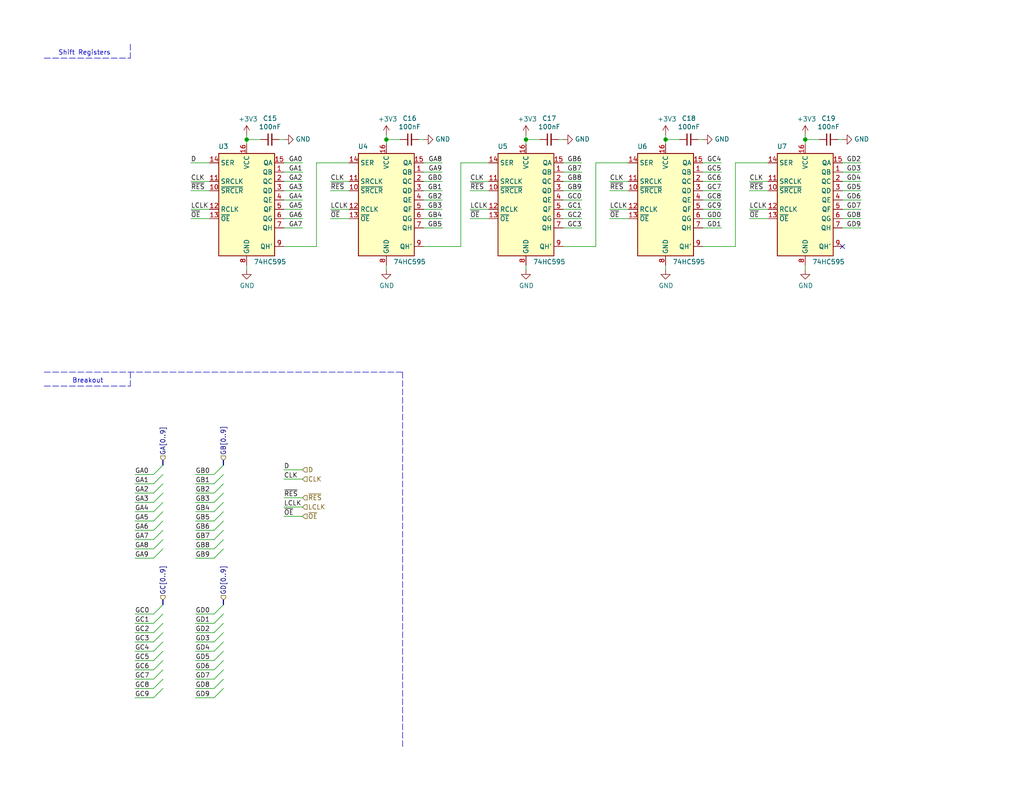
<source format=kicad_sch>
(kicad_sch (version 20210126) (generator eeschema)
  (paper "USLetter")
  (title_block (title "Nixie Clock - Cathode Registers") (date "2021-06-06") (rev "20210606") (company "Bastian de Byl") (comment 1 "QC: OK"))
  (lib_symbols
    (symbol "74xx:74HC595"
      (property "Reference" "U" (at 6.35 -17.78 0))
      (property "Value" "74HC595" (at -7.62 -17.78 0))
      (symbol "74HC595_1_0"
        (pin tri_state line (at 10.16 7.62 180) (length 2.54) (name "QB") (number "1"))
        (pin input line (at -10.16 2.54 0) (length 2.54) (name "~SRCLR") (number "10"))
        (pin input line (at -10.16 5.08 0) (length 2.54) (name "SRCLK") (number "11"))
        (pin input line (at -10.16 -2.54 0) (length 2.54) (name "RCLK") (number "12"))
        (pin input line (at -10.16 -5.08 0) (length 2.54) (name "~OE") (number "13"))
        (pin input line (at -10.16 10.16 0) (length 2.54) (name "SER") (number "14"))
        (pin tri_state line (at 10.16 10.16 180) (length 2.54) (name "QA") (number "15"))
        (pin power_in line (at 0 15.24 270) (length 2.54) (name "VCC") (number "16"))
        (pin tri_state line (at 10.16 5.08 180) (length 2.54) (name "QC") (number "2"))
        (pin tri_state line (at 10.16 2.54 180) (length 2.54) (name "QD") (number "3"))
        (pin tri_state line (at 10.16 0 180) (length 2.54) (name "QE") (number "4"))
        (pin tri_state line (at 10.16 -2.54 180) (length 2.54) (name "QF") (number "5"))
        (pin tri_state line (at 10.16 -5.08 180) (length 2.54) (name "QG") (number "6"))
        (pin tri_state line (at 10.16 -7.62 180) (length 2.54) (name "QH") (number "7"))
        (pin power_in line (at 0 -17.78 90) (length 2.54) (name "GND") (number "8"))
        (pin output line (at 10.16 -12.7 180) (length 2.54) (name "QH'") (number "9"))
      )
      (symbol "74HC595_1_1"
        (rectangle (start -7.62 12.7) (end 7.62 -15.24) (stroke (width 0.254)) (fill (type background)))
      )
    )
    (symbol "Device:C_Small" (pin_numbers hide) (pin_names (offset 0.254) hide)
      (property "Reference" "C" (at 0.254 1.778 0))
      (property "Value" "C_Small" (at 0.254 -2.032 0))
      (symbol "C_Small_0_1"
        (polyline (pts (xy -1.524 -0.508) (xy 1.524 -0.508)) (stroke (width 0.3302)))
        (polyline (pts (xy -1.524 0.508) (xy 1.524 0.508)) (stroke (width 0.3048)))
      )
      (symbol "C_Small_1_1"
        (pin passive line (at 0 2.54 270) (length 2.032) (name "~") (number "1"))
        (pin passive line (at 0 -2.54 90) (length 2.032) (name "~") (number "2"))
      )
    )
    (symbol "power:+3.3V" (power) (pin_names (offset 0))
      (property "Value" "+3.3V" (at 0 3.556 0))
      (symbol "+3.3V_0_1"
        (polyline (pts (xy -0.762 1.27) (xy 0 2.54)))
        (polyline (pts (xy 0 0) (xy 0 2.54)))
        (polyline (pts (xy 0 2.54) (xy 0.762 1.27)))
      )
      (symbol "+3.3V_1_1"
        (pin power_in line (at 0 0 90) (length 0) hide (name "+3V3") (number "1"))
      )
    )
    (symbol "power:GND" (power) (pin_names (offset 0))
      (property "Value" "GND" (at 0 -3.81 0))
      (symbol "GND_0_1"
        (polyline (pts (xy 0 0) (xy 0 -1.27) (xy 1.27 -1.27) (xy 0 -2.54) (xy -1.27 -1.27) (xy 0 -1.27)))
      )
      (symbol "GND_1_1"
        (pin power_in line (at 0 0 270) (length 0) hide (name "GND") (number "1"))
      )
    )
  )
  (junction (at 67.31 38.1) (diameter 1.016))
  (junction (at 105.41 38.1) (diameter 1.016))
  (junction (at 143.51 38.1) (diameter 1.016))
  (junction (at 181.61 38.1) (diameter 1.016))
  (junction (at 219.71 38.1) (diameter 1.016))
  (no_connect (at 229.87 67.31))
  (bus_entry (at 41.91 129.54) (size 2.54 -2.54) (stroke (width 0.1524)))
  (bus_entry (at 41.91 132.08) (size 2.54 -2.54) (stroke (width 0.1524)))
  (bus_entry (at 41.91 134.62) (size 2.54 -2.54) (stroke (width 0.1524)))
  (bus_entry (at 41.91 137.16) (size 2.54 -2.54) (stroke (width 0.1524)))
  (bus_entry (at 41.91 139.7) (size 2.54 -2.54) (stroke (width 0.1524)))
  (bus_entry (at 41.91 142.24) (size 2.54 -2.54) (stroke (width 0.1524)))
  (bus_entry (at 41.91 144.78) (size 2.54 -2.54) (stroke (width 0.1524)))
  (bus_entry (at 41.91 147.32) (size 2.54 -2.54) (stroke (width 0.1524)))
  (bus_entry (at 41.91 149.86) (size 2.54 -2.54) (stroke (width 0.1524)))
  (bus_entry (at 41.91 152.4) (size 2.54 -2.54) (stroke (width 0.1524)))
  (bus_entry (at 41.91 167.64) (size 2.54 -2.54) (stroke (width 0.1524)))
  (bus_entry (at 41.91 170.18) (size 2.54 -2.54) (stroke (width 0.1524)))
  (bus_entry (at 41.91 172.72) (size 2.54 -2.54) (stroke (width 0.1524)))
  (bus_entry (at 41.91 175.26) (size 2.54 -2.54) (stroke (width 0.1524)))
  (bus_entry (at 41.91 177.8) (size 2.54 -2.54) (stroke (width 0.1524)))
  (bus_entry (at 41.91 180.34) (size 2.54 -2.54) (stroke (width 0.1524)))
  (bus_entry (at 41.91 182.88) (size 2.54 -2.54) (stroke (width 0.1524)))
  (bus_entry (at 41.91 185.42) (size 2.54 -2.54) (stroke (width 0.1524)))
  (bus_entry (at 41.91 187.96) (size 2.54 -2.54) (stroke (width 0.1524)))
  (bus_entry (at 41.91 190.5) (size 2.54 -2.54) (stroke (width 0.1524)))
  (bus_entry (at 58.42 129.54) (size 2.54 -2.54) (stroke (width 0.1524)))
  (bus_entry (at 58.42 132.08) (size 2.54 -2.54) (stroke (width 0.1524)))
  (bus_entry (at 58.42 134.62) (size 2.54 -2.54) (stroke (width 0.1524)))
  (bus_entry (at 58.42 137.16) (size 2.54 -2.54) (stroke (width 0.1524)))
  (bus_entry (at 58.42 139.7) (size 2.54 -2.54) (stroke (width 0.1524)))
  (bus_entry (at 58.42 142.24) (size 2.54 -2.54) (stroke (width 0.1524)))
  (bus_entry (at 58.42 144.78) (size 2.54 -2.54) (stroke (width 0.1524)))
  (bus_entry (at 58.42 147.32) (size 2.54 -2.54) (stroke (width 0.1524)))
  (bus_entry (at 58.42 149.86) (size 2.54 -2.54) (stroke (width 0.1524)))
  (bus_entry (at 58.42 152.4) (size 2.54 -2.54) (stroke (width 0.1524)))
  (bus_entry (at 58.42 167.64) (size 2.54 -2.54) (stroke (width 0.1524)))
  (bus_entry (at 58.42 170.18) (size 2.54 -2.54) (stroke (width 0.1524)))
  (bus_entry (at 58.42 172.72) (size 2.54 -2.54) (stroke (width 0.1524)))
  (bus_entry (at 58.42 175.26) (size 2.54 -2.54) (stroke (width 0.1524)))
  (bus_entry (at 58.42 177.8) (size 2.54 -2.54) (stroke (width 0.1524)))
  (bus_entry (at 58.42 180.34) (size 2.54 -2.54) (stroke (width 0.1524)))
  (bus_entry (at 58.42 182.88) (size 2.54 -2.54) (stroke (width 0.1524)))
  (bus_entry (at 58.42 185.42) (size 2.54 -2.54) (stroke (width 0.1524)))
  (bus_entry (at 58.42 187.96) (size 2.54 -2.54) (stroke (width 0.1524)))
  (bus_entry (at 58.42 190.5) (size 2.54 -2.54) (stroke (width 0.1524)))
  (wire (pts (xy 36.83 129.54) (xy 41.91 129.54)))
  (wire (pts (xy 36.83 132.08) (xy 41.91 132.08)))
  (wire (pts (xy 36.83 134.62) (xy 41.91 134.62)))
  (wire (pts (xy 36.83 137.16) (xy 41.91 137.16)))
  (wire (pts (xy 36.83 139.7) (xy 41.91 139.7)))
  (wire (pts (xy 36.83 142.24) (xy 41.91 142.24)))
  (wire (pts (xy 36.83 144.78) (xy 41.91 144.78)))
  (wire (pts (xy 36.83 147.32) (xy 41.91 147.32)))
  (wire (pts (xy 36.83 149.86) (xy 41.91 149.86)))
  (wire (pts (xy 36.83 152.4) (xy 41.91 152.4)))
  (wire (pts (xy 36.83 167.64) (xy 41.91 167.64)))
  (wire (pts (xy 36.83 170.18) (xy 41.91 170.18)))
  (wire (pts (xy 36.83 172.72) (xy 41.91 172.72)))
  (wire (pts (xy 36.83 175.26) (xy 41.91 175.26)))
  (wire (pts (xy 36.83 177.8) (xy 41.91 177.8)))
  (wire (pts (xy 36.83 180.34) (xy 41.91 180.34)))
  (wire (pts (xy 36.83 182.88) (xy 41.91 182.88)))
  (wire (pts (xy 36.83 185.42) (xy 41.91 185.42)))
  (wire (pts (xy 36.83 187.96) (xy 41.91 187.96)))
  (wire (pts (xy 36.83 190.5) (xy 41.91 190.5)))
  (wire (pts (xy 52.07 44.45) (xy 57.15 44.45)))
  (wire (pts (xy 52.07 49.53) (xy 57.15 49.53)))
  (wire (pts (xy 52.07 52.07) (xy 57.15 52.07)))
  (wire (pts (xy 52.07 57.15) (xy 57.15 57.15)))
  (wire (pts (xy 52.07 59.69) (xy 57.15 59.69)))
  (wire (pts (xy 53.34 129.54) (xy 58.42 129.54)))
  (wire (pts (xy 53.34 132.08) (xy 58.42 132.08)))
  (wire (pts (xy 53.34 134.62) (xy 58.42 134.62)))
  (wire (pts (xy 53.34 137.16) (xy 58.42 137.16)))
  (wire (pts (xy 53.34 139.7) (xy 58.42 139.7)))
  (wire (pts (xy 53.34 142.24) (xy 58.42 142.24)))
  (wire (pts (xy 53.34 144.78) (xy 58.42 144.78)))
  (wire (pts (xy 53.34 147.32) (xy 58.42 147.32)))
  (wire (pts (xy 53.34 149.86) (xy 58.42 149.86)))
  (wire (pts (xy 53.34 152.4) (xy 58.42 152.4)))
  (wire (pts (xy 53.34 167.64) (xy 58.42 167.64)))
  (wire (pts (xy 53.34 170.18) (xy 58.42 170.18)))
  (wire (pts (xy 53.34 172.72) (xy 58.42 172.72)))
  (wire (pts (xy 53.34 175.26) (xy 58.42 175.26)))
  (wire (pts (xy 53.34 177.8) (xy 58.42 177.8)))
  (wire (pts (xy 53.34 180.34) (xy 58.42 180.34)))
  (wire (pts (xy 53.34 182.88) (xy 58.42 182.88)))
  (wire (pts (xy 53.34 185.42) (xy 58.42 185.42)))
  (wire (pts (xy 53.34 187.96) (xy 58.42 187.96)))
  (wire (pts (xy 53.34 190.5) (xy 58.42 190.5)))
  (wire (pts (xy 67.31 36.83) (xy 67.31 38.1)))
  (wire (pts (xy 67.31 38.1) (xy 67.31 39.37)))
  (wire (pts (xy 67.31 38.1) (xy 71.12 38.1)))
  (wire (pts (xy 67.31 72.39) (xy 67.31 73.66)))
  (wire (pts (xy 76.2 38.1) (xy 77.47 38.1)))
  (wire (pts (xy 77.47 44.45) (xy 82.55 44.45)))
  (wire (pts (xy 77.47 46.99) (xy 82.55 46.99)))
  (wire (pts (xy 77.47 49.53) (xy 82.55 49.53)))
  (wire (pts (xy 77.47 52.07) (xy 82.55 52.07)))
  (wire (pts (xy 77.47 54.61) (xy 82.55 54.61)))
  (wire (pts (xy 77.47 57.15) (xy 82.55 57.15)))
  (wire (pts (xy 77.47 59.69) (xy 82.55 59.69)))
  (wire (pts (xy 77.47 62.23) (xy 82.55 62.23)))
  (wire (pts (xy 77.47 67.31) (xy 86.36 67.31)))
  (wire (pts (xy 77.47 128.27) (xy 82.55 128.27)))
  (wire (pts (xy 77.47 130.81) (xy 82.55 130.81)))
  (wire (pts (xy 77.47 135.89) (xy 82.55 135.89)))
  (wire (pts (xy 77.47 138.43) (xy 82.55 138.43)))
  (wire (pts (xy 77.47 140.97) (xy 82.55 140.97)))
  (wire (pts (xy 86.36 44.45) (xy 95.25 44.45)))
  (wire (pts (xy 86.36 67.31) (xy 86.36 44.45)))
  (wire (pts (xy 90.17 49.53) (xy 95.25 49.53)))
  (wire (pts (xy 90.17 52.07) (xy 95.25 52.07)))
  (wire (pts (xy 90.17 57.15) (xy 95.25 57.15)))
  (wire (pts (xy 90.17 59.69) (xy 95.25 59.69)))
  (wire (pts (xy 105.41 36.83) (xy 105.41 38.1)))
  (wire (pts (xy 105.41 38.1) (xy 105.41 39.37)))
  (wire (pts (xy 105.41 38.1) (xy 109.22 38.1)))
  (wire (pts (xy 105.41 72.39) (xy 105.41 73.66)))
  (wire (pts (xy 114.3 38.1) (xy 115.57 38.1)))
  (wire (pts (xy 115.57 44.45) (xy 120.65 44.45)))
  (wire (pts (xy 115.57 46.99) (xy 120.65 46.99)))
  (wire (pts (xy 115.57 49.53) (xy 120.65 49.53)))
  (wire (pts (xy 115.57 52.07) (xy 120.65 52.07)))
  (wire (pts (xy 115.57 54.61) (xy 120.65 54.61)))
  (wire (pts (xy 115.57 57.15) (xy 120.65 57.15)))
  (wire (pts (xy 115.57 59.69) (xy 120.65 59.69)))
  (wire (pts (xy 115.57 62.23) (xy 120.65 62.23)))
  (wire (pts (xy 115.57 67.31) (xy 125.73 67.31)))
  (wire (pts (xy 125.73 44.45) (xy 133.35 44.45)))
  (wire (pts (xy 125.73 67.31) (xy 125.73 44.45)))
  (wire (pts (xy 128.27 49.53) (xy 133.35 49.53)))
  (wire (pts (xy 128.27 52.07) (xy 133.35 52.07)))
  (wire (pts (xy 128.27 57.15) (xy 133.35 57.15)))
  (wire (pts (xy 128.27 59.69) (xy 133.35 59.69)))
  (wire (pts (xy 143.51 36.83) (xy 143.51 38.1)))
  (wire (pts (xy 143.51 38.1) (xy 143.51 39.37)))
  (wire (pts (xy 143.51 38.1) (xy 147.32 38.1)))
  (wire (pts (xy 143.51 72.39) (xy 143.51 73.66)))
  (wire (pts (xy 152.4 38.1) (xy 153.67 38.1)))
  (wire (pts (xy 153.67 44.45) (xy 158.75 44.45)))
  (wire (pts (xy 153.67 46.99) (xy 158.75 46.99)))
  (wire (pts (xy 153.67 49.53) (xy 158.75 49.53)))
  (wire (pts (xy 153.67 52.07) (xy 158.75 52.07)))
  (wire (pts (xy 153.67 54.61) (xy 158.75 54.61)))
  (wire (pts (xy 153.67 57.15) (xy 158.75 57.15)))
  (wire (pts (xy 153.67 59.69) (xy 158.75 59.69)))
  (wire (pts (xy 153.67 62.23) (xy 158.75 62.23)))
  (wire (pts (xy 153.67 67.31) (xy 162.56 67.31)))
  (wire (pts (xy 162.56 44.45) (xy 171.45 44.45)))
  (wire (pts (xy 162.56 67.31) (xy 162.56 44.45)))
  (wire (pts (xy 166.37 49.53) (xy 171.45 49.53)))
  (wire (pts (xy 166.37 52.07) (xy 171.45 52.07)))
  (wire (pts (xy 166.37 57.15) (xy 171.45 57.15)))
  (wire (pts (xy 166.37 59.69) (xy 171.45 59.69)))
  (wire (pts (xy 181.61 36.83) (xy 181.61 38.1)))
  (wire (pts (xy 181.61 38.1) (xy 181.61 39.37)))
  (wire (pts (xy 181.61 38.1) (xy 185.42 38.1)))
  (wire (pts (xy 181.61 72.39) (xy 181.61 73.66)))
  (wire (pts (xy 190.5 38.1) (xy 191.77 38.1)))
  (wire (pts (xy 191.77 44.45) (xy 196.85 44.45)))
  (wire (pts (xy 191.77 46.99) (xy 196.85 46.99)))
  (wire (pts (xy 191.77 49.53) (xy 196.85 49.53)))
  (wire (pts (xy 191.77 52.07) (xy 196.85 52.07)))
  (wire (pts (xy 191.77 54.61) (xy 196.85 54.61)))
  (wire (pts (xy 191.77 57.15) (xy 196.85 57.15)))
  (wire (pts (xy 191.77 59.69) (xy 196.85 59.69)))
  (wire (pts (xy 191.77 62.23) (xy 196.85 62.23)))
  (wire (pts (xy 191.77 67.31) (xy 200.66 67.31)))
  (wire (pts (xy 200.66 44.45) (xy 209.55 44.45)))
  (wire (pts (xy 200.66 67.31) (xy 200.66 44.45)))
  (wire (pts (xy 204.47 49.53) (xy 209.55 49.53)))
  (wire (pts (xy 204.47 52.07) (xy 209.55 52.07)))
  (wire (pts (xy 204.47 57.15) (xy 209.55 57.15)))
  (wire (pts (xy 204.47 59.69) (xy 209.55 59.69)))
  (wire (pts (xy 219.71 36.83) (xy 219.71 38.1)))
  (wire (pts (xy 219.71 38.1) (xy 219.71 39.37)))
  (wire (pts (xy 219.71 38.1) (xy 223.52 38.1)))
  (wire (pts (xy 219.71 72.39) (xy 219.71 73.66)))
  (wire (pts (xy 228.6 38.1) (xy 229.87 38.1)))
  (wire (pts (xy 229.87 44.45) (xy 234.95 44.45)))
  (wire (pts (xy 229.87 46.99) (xy 234.95 46.99)))
  (wire (pts (xy 229.87 49.53) (xy 234.95 49.53)))
  (wire (pts (xy 229.87 52.07) (xy 234.95 52.07)))
  (wire (pts (xy 229.87 54.61) (xy 234.95 54.61)))
  (wire (pts (xy 229.87 57.15) (xy 234.95 57.15)))
  (wire (pts (xy 229.87 59.69) (xy 234.95 59.69)))
  (wire (pts (xy 229.87 62.23) (xy 234.95 62.23)))
  (bus (pts (xy 44.45 125.73) (xy 44.45 149.86)))
  (bus (pts (xy 44.45 163.83) (xy 44.45 187.96)))
  (bus (pts (xy 60.96 125.73) (xy 60.96 149.86)))
  (bus (pts (xy 60.96 163.83) (xy 60.96 187.96)))
  (polyline (pts (xy 12.065 15.875) (xy 35.56 15.875)) (stroke (width 0.152) (type dash)))
  (polyline (pts (xy 12.065 101.6) (xy 109.855 101.6)) (stroke (width 0.1524) (type dash)))
  (polyline (pts (xy 12.065 105.41) (xy 35.56 105.41)) (stroke (width 0.152) (type dash)))
  (polyline (pts (xy 35.56 12.065) (xy 35.56 15.875)) (stroke (width 0.152) (type dash)))
  (polyline (pts (xy 35.56 101.6) (xy 35.56 105.41)) (stroke (width 0.152) (type dash)))
  (polyline (pts (xy 109.855 101.6) (xy 109.855 203.835)) (stroke (width 0.1524) (type dash)))
  (text "Shift Registers" (at 15.875 15.24 0) (effects (font (size 1.27 1.27)) (justify left bottom)))
  (text "Breakout" (at 19.685 104.775 0) (effects (font (size 1.27 1.27)) (justify left bottom)))
  (label "GA0" (at 36.83 129.54 0))
  (label "GA1" (at 36.83 132.08 0))
  (label "GA2" (at 36.83 134.62 0))
  (label "GA3" (at 36.83 137.16 0))
  (label "GA4" (at 36.83 139.7 0))
  (label "GA5" (at 36.83 142.24 0))
  (label "GA6" (at 36.83 144.78 0))
  (label "GA7" (at 36.83 147.32 0))
  (label "GA8" (at 36.83 149.86 0))
  (label "GA9" (at 36.83 152.4 0))
  (label "GC0" (at 36.83 167.64 0))
  (label "GC1" (at 36.83 170.18 0))
  (label "GC2" (at 36.83 172.72 0))
  (label "GC3" (at 36.83 175.26 0))
  (label "GC4" (at 36.83 177.8 0))
  (label "GC5" (at 36.83 180.34 0))
  (label "GC6" (at 36.83 182.88 0))
  (label "GC7" (at 36.83 185.42 0))
  (label "GC8" (at 36.83 187.96 0))
  (label "GC9" (at 36.83 190.5 0))
  (label "D" (at 52.07 44.45 0))
  (label "CLK" (at 52.07 49.53 0))
  (label "~RES" (at 52.07 52.07 0))
  (label "LCLK" (at 52.07 57.15 0))
  (label "~OE" (at 52.07 59.69 0))
  (label "GB0" (at 53.34 129.54 0))
  (label "GB1" (at 53.34 132.08 0))
  (label "GB2" (at 53.34 134.62 0))
  (label "GB3" (at 53.34 137.16 0))
  (label "GB4" (at 53.34 139.7 0))
  (label "GB5" (at 53.34 142.24 0))
  (label "GB6" (at 53.34 144.78 0))
  (label "GB7" (at 53.34 147.32 0))
  (label "GB8" (at 53.34 149.86 0))
  (label "GB9" (at 53.34 152.4 0))
  (label "GD0" (at 53.34 167.64 0))
  (label "GD1" (at 53.34 170.18 0))
  (label "GD2" (at 53.34 172.72 0))
  (label "GD3" (at 53.34 175.26 0))
  (label "GD4" (at 53.34 177.8 0))
  (label "GD5" (at 53.34 180.34 0))
  (label "GD6" (at 53.34 182.88 0))
  (label "GD7" (at 53.34 185.42 0))
  (label "GD8" (at 53.34 187.96 0))
  (label "GD9" (at 53.34 190.5 0))
  (label "D" (at 77.47 128.27 0))
  (label "CLK" (at 77.47 130.81 0))
  (label "~RES" (at 77.47 135.89 0))
  (label "LCLK" (at 77.47 138.43 0))
  (label "~OE" (at 77.47 140.97 0))
  (label "GA0" (at 82.55 44.45 180))
  (label "GA1" (at 82.55 46.99 180))
  (label "GA2" (at 82.55 49.53 180))
  (label "GA3" (at 82.55 52.07 180))
  (label "GA4" (at 82.55 54.61 180))
  (label "GA5" (at 82.55 57.15 180))
  (label "GA6" (at 82.55 59.69 180))
  (label "GA7" (at 82.55 62.23 180))
  (label "CLK" (at 90.17 49.53 0))
  (label "~RES" (at 90.17 52.07 0))
  (label "LCLK" (at 90.17 57.15 0))
  (label "~OE" (at 90.17 59.69 0))
  (label "GA8" (at 120.65 44.45 180))
  (label "GA9" (at 120.65 46.99 180))
  (label "GB0" (at 120.65 49.53 180))
  (label "GB1" (at 120.65 52.07 180))
  (label "GB2" (at 120.65 54.61 180))
  (label "GB3" (at 120.65 57.15 180))
  (label "GB4" (at 120.65 59.69 180))
  (label "GB5" (at 120.65 62.23 180))
  (label "CLK" (at 128.27 49.53 0))
  (label "~RES" (at 128.27 52.07 0))
  (label "LCLK" (at 128.27 57.15 0))
  (label "~OE" (at 128.27 59.69 0))
  (label "GB6" (at 158.75 44.45 180))
  (label "GB7" (at 158.75 46.99 180))
  (label "GB8" (at 158.75 49.53 180))
  (label "GB9" (at 158.75 52.07 180))
  (label "GC0" (at 158.75 54.61 180))
  (label "GC1" (at 158.75 57.15 180))
  (label "GC2" (at 158.75 59.69 180))
  (label "GC3" (at 158.75 62.23 180))
  (label "CLK" (at 166.37 49.53 0))
  (label "~RES" (at 166.37 52.07 0))
  (label "LCLK" (at 166.37 57.15 0))
  (label "~OE" (at 166.37 59.69 0))
  (label "GC4" (at 196.85 44.45 180))
  (label "GC5" (at 196.85 46.99 180))
  (label "GC6" (at 196.85 49.53 180))
  (label "GC7" (at 196.85 52.07 180))
  (label "GC8" (at 196.85 54.61 180))
  (label "GC9" (at 196.85 57.15 180))
  (label "GD0" (at 196.85 59.69 180))
  (label "GD1" (at 196.85 62.23 180))
  (label "CLK" (at 204.47 49.53 0))
  (label "~RES" (at 204.47 52.07 0))
  (label "LCLK" (at 204.47 57.15 0))
  (label "~OE" (at 204.47 59.69 0))
  (label "GD2" (at 234.95 44.45 180))
  (label "GD3" (at 234.95 46.99 180))
  (label "GD4" (at 234.95 49.53 180))
  (label "GD5" (at 234.95 52.07 180))
  (label "GD6" (at 234.95 54.61 180))
  (label "GD7" (at 234.95 57.15 180))
  (label "GD8" (at 234.95 59.69 180))
  (label "GD9" (at 234.95 62.23 180))
  (hierarchical_label "GA[0..9]" (shape input) (at 44.45 125.73 90))
  (hierarchical_label "GC[0..9]" (shape input) (at 44.45 163.83 90))
  (hierarchical_label "GB[0..9]" (shape input) (at 60.96 125.73 90))
  (hierarchical_label "GD[0..9]" (shape input) (at 60.96 163.83 90))
  (hierarchical_label "D" (shape input) (at 82.55 128.27 0))
  (hierarchical_label "CLK" (shape input) (at 82.55 130.81 0))
  (hierarchical_label "~RES" (shape input) (at 82.55 135.89 0))
  (hierarchical_label "LCLK" (shape input) (at 82.55 138.43 0))
  (hierarchical_label "~OE" (shape input) (at 82.55 140.97 0))
  (symbol (lib_id "power:+3.3V") (at 67.31 36.83 0) (unit 1)
    (property "Reference" "#PWR070" (effects hide))
    (property "Value" "+3.3V" (at 67.6783 32.5056 0))
  )
  (symbol (lib_id "power:+3.3V") (at 105.41 36.83 0) (unit 1)
    (property "Reference" "#PWR071" (effects hide))
    (property "Value" "+3.3V" (at 105.7783 32.5056 0))
  )
  (symbol (lib_id "power:+3.3V") (at 143.51 36.83 0) (unit 1)
    (property "Reference" "#PWR072" (effects hide))
    (property "Value" "+3.3V" (at 143.8783 32.5056 0))
  )
  (symbol (lib_id "power:+3.3V") (at 181.61 36.83 0) (unit 1)
    (property "Reference" "#PWR073" (effects hide))
    (property "Value" "+3.3V" (at 181.9783 32.5056 0))
  )
  (symbol (lib_id "power:+3.3V") (at 219.71 36.83 0) (unit 1)
    (property "Reference" "#PWR074" (effects hide))
    (property "Value" "+3.3V" (at 220.0783 32.5056 0))
  )
  (symbol (lib_id "power:GND") (at 67.31 73.66 0) (unit 1)
    (property "Reference" "#PWR080" (effects hide))
    (property "Value" "GND" (at 67.4243 77.9844 0))
  )
  (symbol (lib_id "power:GND") (at 77.47 38.1 90) (unit 1)
    (property "Reference" "#PWR075" (effects hide))
    (property "Value" "GND" (at 80.6451 37.9857 90) (effects (justify right)))
  )
  (symbol (lib_id "power:GND") (at 105.41 73.66 0) (unit 1)
    (property "Reference" "#PWR081" (effects hide))
    (property "Value" "GND" (at 105.5243 77.9844 0))
  )
  (symbol (lib_id "power:GND") (at 115.57 38.1 90) (unit 1)
    (property "Reference" "#PWR076" (effects hide))
    (property "Value" "GND" (at 118.7451 37.9857 90) (effects (justify right)))
  )
  (symbol (lib_id "power:GND") (at 143.51 73.66 0) (unit 1)
    (property "Reference" "#PWR082" (effects hide))
    (property "Value" "GND" (at 143.6243 77.9844 0))
  )
  (symbol (lib_id "power:GND") (at 153.67 38.1 90) (unit 1)
    (property "Reference" "#PWR077" (effects hide))
    (property "Value" "GND" (at 156.8451 37.9857 90) (effects (justify right)))
  )
  (symbol (lib_id "power:GND") (at 181.61 73.66 0) (unit 1)
    (property "Reference" "#PWR083" (effects hide))
    (property "Value" "GND" (at 181.7243 77.9844 0))
  )
  (symbol (lib_id "power:GND") (at 191.77 38.1 90) (unit 1)
    (property "Reference" "#PWR078" (effects hide))
    (property "Value" "GND" (at 194.9451 37.9857 90) (effects (justify right)))
  )
  (symbol (lib_id "power:GND") (at 219.71 73.66 0) (unit 1)
    (property "Reference" "#PWR084" (effects hide))
    (property "Value" "GND" (at 219.8243 77.9844 0))
  )
  (symbol (lib_id "power:GND") (at 229.87 38.1 90) (unit 1)
    (property "Reference" "#PWR079" (effects hide))
    (property "Value" "GND" (at 233.0451 37.9857 90) (effects (justify right)))
  )
  (symbol (lib_id "Device:C_Small") (at 73.66 38.1 90) (unit 1)
    (property "Reference" "C15" (at 73.66 32.3277 90))
    (property "Value" "100nF" (at 73.66 34.626 90))
    (property "Footprint" "Capacitor_SMD:C_0603_1608Metric_Pad1.05x0.95mm_HandSolder" (effects hide))
  )
  (symbol (lib_id "Device:C_Small") (at 111.76 38.1 90) (unit 1)
    (property "Reference" "C16" (at 111.76 32.3277 90))
    (property "Value" "100nF" (at 111.76 34.626 90))
    (property "Footprint" "Capacitor_SMD:C_0603_1608Metric_Pad1.05x0.95mm_HandSolder" (effects hide))
  )
  (symbol (lib_id "Device:C_Small") (at 149.86 38.1 90) (unit 1)
    (property "Reference" "C17" (at 149.86 32.3277 90))
    (property "Value" "100nF" (at 149.86 34.626 90))
    (property "Footprint" "Capacitor_SMD:C_0603_1608Metric_Pad1.05x0.95mm_HandSolder" (effects hide))
  )
  (symbol (lib_id "Device:C_Small") (at 187.96 38.1 90) (unit 1)
    (property "Reference" "C18" (at 187.96 32.3277 90))
    (property "Value" "100nF" (at 187.96 34.626 90))
    (property "Footprint" "Capacitor_SMD:C_0603_1608Metric_Pad1.05x0.95mm_HandSolder" (effects hide))
  )
  (symbol (lib_id "Device:C_Small") (at 226.06 38.1 90) (unit 1)
    (property "Reference" "C19" (at 226.06 32.3277 90))
    (property "Value" "100nF" (at 226.06 34.626 90))
    (property "Footprint" "Capacitor_SMD:C_0603_1608Metric_Pad1.05x0.95mm_HandSolder" (effects hide))
  )
  (symbol (lib_id "74xx:74HC595") (at 67.31 54.61 0) (unit 1)
    (property "Reference" "U3" (at 60.96 39.9858 0))
    (property "Value" "74HC595" (at 73.66 71.4945 0))
    (property "Footprint" "Package_SO:SOIC-16_4.55x10.3mm_P1.27mm" (effects hide))
    (property "Datasheet" "http://www.ti.com/lit/ds/symlink/sn74hc595.pdf" (effects hide))
  )
  (symbol (lib_id "74xx:74HC595") (at 105.41 54.61 0) (unit 1)
    (property "Reference" "U4" (at 99.06 39.9858 0))
    (property "Value" "74HC595" (at 111.76 71.4945 0))
    (property "Footprint" "Package_SO:SOIC-16_4.55x10.3mm_P1.27mm" (effects hide))
    (property "Datasheet" "http://www.ti.com/lit/ds/symlink/sn74hc595.pdf" (effects hide))
  )
  (symbol (lib_id "74xx:74HC595") (at 143.51 54.61 0) (unit 1)
    (property "Reference" "U5" (at 137.16 39.9858 0))
    (property "Value" "74HC595" (at 149.86 71.4945 0))
    (property "Footprint" "Package_SO:SOIC-16_4.55x10.3mm_P1.27mm" (effects hide))
    (property "Datasheet" "http://www.ti.com/lit/ds/symlink/sn74hc595.pdf" (effects hide))
  )
  (symbol (lib_id "74xx:74HC595") (at 181.61 54.61 0) (unit 1)
    (property "Reference" "U6" (at 175.26 39.9858 0))
    (property "Value" "74HC595" (at 187.96 71.4945 0))
    (property "Footprint" "Package_SO:SOIC-16_4.55x10.3mm_P1.27mm" (effects hide))
    (property "Datasheet" "http://www.ti.com/lit/ds/symlink/sn74hc595.pdf" (effects hide))
  )
  (symbol (lib_id "74xx:74HC595") (at 219.71 54.61 0) (unit 1)
    (property "Reference" "U7" (at 213.36 39.9858 0))
    (property "Value" "74HC595" (at 226.06 71.4945 0))
    (property "Footprint" "Package_SO:SOIC-16_4.55x10.3mm_P1.27mm" (effects hide))
    (property "Datasheet" "http://www.ti.com/lit/ds/symlink/sn74hc595.pdf" (effects hide))
  )
)
</source>
